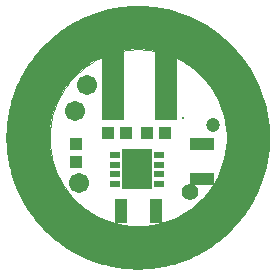
<source format=gts>
G04 Layer_Color=8388736*
%FSLAX25Y25*%
%MOIN*%
G70*
G01*
G75*
%ADD10C,0.01181*%
%ADD41C,0.00394*%
%ADD42R,0.03950X0.04343*%
%ADD43R,0.03950X0.04343*%
%ADD44R,0.04343X0.03950*%
%ADD45R,0.04343X0.03950*%
%ADD46R,0.07887X0.04343*%
%ADD47R,0.04343X0.07887*%
%ADD48R,0.07493X0.23241*%
%ADD49R,0.03556X0.02178*%
%ADD50R,0.09855X0.13398*%
%ADD51C,0.06706*%
%ADD52C,0.04737*%
%ADD53C,0.05524*%
%ADD54C,0.00787*%
G36*
X348897Y295600D02*
X348628Y292210D01*
X348094Y288851D01*
X347298Y285545D01*
X346246Y282311D01*
X344943Y279170D01*
X343398Y276141D01*
X341621Y273242D01*
X339621Y270491D01*
X337412Y267905D01*
X335007Y265501D01*
X332421Y263293D01*
X329670Y261294D01*
X326771Y259517D01*
X323741Y257973D01*
X320600Y256671D01*
X317366Y255619D01*
X314059Y254824D01*
X310701Y254291D01*
X307311Y254023D01*
X305610Y254022D01*
X305633Y267829D01*
Y267829D01*
X306875Y267857D01*
X309351Y268067D01*
X311800Y268486D01*
X314206Y269108D01*
X316550Y269931D01*
X318817Y270948D01*
X320991Y272152D01*
X323056Y273534D01*
X324997Y275085D01*
X326800Y276794D01*
X328454Y278648D01*
X329946Y280635D01*
X330628Y281674D01*
X331159Y282554D01*
X332128Y284368D01*
X332967Y286246D01*
X333675Y288177D01*
X334245Y290153D01*
X334677Y292163D01*
X334968Y294199D01*
X335117Y296250D01*
X335138Y297278D01*
Y297278D01*
X348898Y297300D01*
X348897Y295600D01*
D02*
G37*
G36*
X276083Y297278D02*
X276083Y297278D01*
X276103Y296250D01*
X276252Y294199D01*
X276543Y292163D01*
X276975Y290153D01*
X277546Y288177D01*
X278253Y286246D01*
X279093Y284368D01*
X280061Y282554D01*
X280592Y281674D01*
X281274Y280635D01*
X282766Y278648D01*
X284420Y276794D01*
X286224Y275085D01*
X288165Y273534D01*
X290230Y272152D01*
X292403Y270948D01*
X294670Y269931D01*
X297015Y269108D01*
X299420Y268486D01*
X301869Y268067D01*
X304345Y267857D01*
X305587Y267829D01*
X305587Y267829D01*
X305610Y254022D01*
X305610D01*
X303910Y254023D01*
X300520Y254291D01*
X297161Y254824D01*
X293855Y255619D01*
X290621Y256671D01*
X287479Y257973D01*
X284450Y259517D01*
X281550Y261294D01*
X278799Y263293D01*
X276213Y265501D01*
X273808Y267905D01*
X271599Y270491D01*
X269600Y273242D01*
X267822Y276141D01*
X266277Y279170D01*
X264975Y282311D01*
X263922Y285545D01*
X263127Y288851D01*
X262593Y292210D01*
X262324Y295600D01*
X262323Y297300D01*
X276083Y297278D01*
D02*
G37*
G36*
X305587Y326771D02*
X305587Y326771D01*
X304345Y326744D01*
X301869Y326533D01*
X299420Y326114D01*
X297015Y325492D01*
X294670Y324669D01*
X292403Y323652D01*
X290230Y322448D01*
X288165Y321066D01*
X286224Y319515D01*
X284420Y317806D01*
X282766Y315952D01*
X281274Y313965D01*
X280592Y312927D01*
X280061Y312046D01*
X279093Y310232D01*
X278253Y308354D01*
X277546Y306423D01*
X276975Y304448D01*
X276543Y302437D01*
X276252Y300401D01*
X276103Y298350D01*
X276083Y297322D01*
X276083D01*
X262323Y297300D01*
X262324Y299000D01*
X262593Y302390D01*
X263127Y305749D01*
X263922Y309055D01*
X264975Y312289D01*
X266277Y315430D01*
X267822Y318459D01*
X269600Y321358D01*
X271599Y324109D01*
X273808Y326695D01*
X276213Y329099D01*
X278799Y331307D01*
X281550Y333306D01*
X284450Y335083D01*
X287479Y336627D01*
X290621Y337929D01*
X293855Y338981D01*
X297161Y339776D01*
X300520Y340309D01*
X303910Y340577D01*
X305610Y340578D01*
X305610Y340578D01*
X305587Y326771D01*
D02*
G37*
G36*
X305610Y340578D02*
D01*
Y340578D01*
Y340578D01*
D02*
G37*
G36*
X307311Y340577D02*
X310701Y340309D01*
X314059Y339776D01*
X317366Y338981D01*
X320600Y337929D01*
X323741Y336627D01*
X326771Y335083D01*
X329670Y333306D01*
X332421Y331307D01*
X335007Y329099D01*
X337412Y326695D01*
X339621Y324109D01*
X341621Y321358D01*
X343398Y318459D01*
X344943Y315430D01*
X346246Y312289D01*
X347298Y309055D01*
X348094Y305749D01*
X348628Y302390D01*
X348897Y299000D01*
X348898Y297300D01*
X335138Y297322D01*
X335117Y298350D01*
X334968Y300401D01*
X334677Y302437D01*
X334245Y304448D01*
X333675Y306423D01*
X332967Y308354D01*
X332128Y310232D01*
X331159Y312046D01*
X330628Y312927D01*
X329946Y313965D01*
X328454Y315952D01*
X326800Y317806D01*
X324997Y319515D01*
X323056Y321066D01*
X320991Y322448D01*
X318817Y323652D01*
X316550Y324669D01*
X314206Y325492D01*
X311800Y326114D01*
X309351Y326533D01*
X306875Y326744D01*
X305633Y326771D01*
Y326771D01*
X305610Y340578D01*
X307311Y340577D01*
D02*
G37*
D10*
X305610Y340578D02*
X304611Y340566D01*
X303612Y340531D01*
X302614Y340473D01*
X301617Y340391D01*
X300623Y340287D01*
X299632Y340160D01*
X298643Y340010D01*
X297659Y339838D01*
X296678Y339642D01*
X295703Y339424D01*
X294732Y339184D01*
X293768Y338921D01*
X292810Y338636D01*
X291858Y338330D01*
X290914Y338001D01*
X289978Y337650D01*
X289050Y337278D01*
X288131Y336885D01*
X287222Y336471D01*
X286322Y336035D01*
X285432Y335579D01*
X284553Y335103D01*
X283686Y334606D01*
X282830Y334090D01*
X281986Y333554D01*
X281155Y332998D01*
X280337Y332424D01*
X279532Y331831D01*
X278741Y331219D01*
X277965Y330590D01*
X277203Y329942D01*
X276457Y329277D01*
X275726Y328595D01*
X275011Y327897D01*
X274312Y327182D01*
X273630Y326451D01*
X272965Y325705D01*
X272317Y324943D01*
X271687Y324167D01*
X271076Y323376D01*
X270482Y322572D01*
X269908Y321754D01*
X269352Y320923D01*
X268816Y320079D01*
X268299Y319223D01*
X267803Y318356D01*
X267326Y317477D01*
X266870Y316588D01*
X266434Y315688D01*
X266020Y314778D01*
X265626Y313859D01*
X265254Y312932D01*
X264903Y311996D01*
X264574Y311052D01*
X264267Y310100D01*
X263982Y309142D01*
X263719Y308178D01*
X263478Y307207D01*
X263260Y306232D01*
X263065Y305252D01*
X262892Y304267D01*
X262742Y303279D01*
X262614Y302287D01*
X262510Y301293D01*
X262429Y300297D01*
X262370Y299299D01*
X262335Y298300D01*
X262323Y297300D01*
Y297300D02*
X262335Y296301D01*
X262370Y295301D01*
X262429Y294303D01*
X262510Y293307D01*
X262614Y292313D01*
X262742Y291321D01*
X262892Y290333D01*
X263065Y289349D01*
X263260Y288368D01*
X263478Y287393D01*
X263719Y286422D01*
X263982Y285458D01*
X264267Y284500D01*
X264574Y283548D01*
X264903Y282605D01*
X265254Y281668D01*
X265626Y280741D01*
X266020Y279822D01*
X266434Y278912D01*
X266870Y278012D01*
X267326Y277123D01*
X267802Y276244D01*
X268299Y275377D01*
X268816Y274521D01*
X269352Y273677D01*
X269908Y272846D01*
X270482Y272028D01*
X271076Y271224D01*
X271687Y270433D01*
X272317Y269657D01*
X272965Y268895D01*
X273630Y268149D01*
X274312Y267418D01*
X275011Y266703D01*
X275726Y266005D01*
X276457Y265323D01*
X277203Y264658D01*
X277965Y264011D01*
X278741Y263381D01*
X279532Y262769D01*
X280337Y262176D01*
X281155Y261602D01*
X281986Y261046D01*
X282830Y260510D01*
X283685Y259994D01*
X284553Y259497D01*
X285432Y259021D01*
X286321Y258565D01*
X287221Y258130D01*
X288131Y257715D01*
X289050Y257322D01*
X289978Y256950D01*
X290914Y256599D01*
X291858Y256271D01*
X292810Y255963D01*
X293768Y255679D01*
X294732Y255416D01*
X295703Y255176D01*
X296678Y254958D01*
X297658Y254762D01*
X298643Y254590D01*
X299631Y254440D01*
X300623Y254313D01*
X301617Y254209D01*
X302613Y254128D01*
X303611Y254069D01*
X304610Y254034D01*
X305610Y254022D01*
X305610D02*
X306610Y254034D01*
X307609Y254069D01*
X308607Y254128D01*
X309603Y254209D01*
X310597Y254313D01*
X311589Y254440D01*
X312577Y254590D01*
X313562Y254762D01*
X314542Y254958D01*
X315518Y255176D01*
X316488Y255416D01*
X317453Y255679D01*
X318411Y255963D01*
X319362Y256270D01*
X320306Y256599D01*
X321242Y256950D01*
X322170Y257322D01*
X323089Y257715D01*
X323999Y258130D01*
X324899Y258565D01*
X325788Y259021D01*
X326667Y259497D01*
X327535Y259994D01*
X328391Y260510D01*
X329235Y261046D01*
X330066Y261602D01*
X330884Y262176D01*
X331688Y262769D01*
X332479Y263381D01*
X333256Y264011D01*
X334017Y264658D01*
X334764Y265323D01*
X335495Y266005D01*
X336210Y266703D01*
X336909Y267418D01*
X337591Y268149D01*
X338256Y268895D01*
X338903Y269657D01*
X339533Y270433D01*
X340145Y271224D01*
X340738Y272028D01*
X341313Y272846D01*
X341868Y273677D01*
X342405Y274521D01*
X342921Y275377D01*
X343418Y276244D01*
X343895Y277123D01*
X344351Y278012D01*
X344786Y278912D01*
X345201Y279822D01*
X345595Y280741D01*
X345967Y281668D01*
X346318Y282605D01*
X346646Y283548D01*
X346954Y284500D01*
X347239Y285458D01*
X347502Y286422D01*
X347742Y287393D01*
X347960Y288368D01*
X348156Y289349D01*
X348329Y290333D01*
X348479Y291321D01*
X348606Y292313D01*
X348710Y293307D01*
X348792Y294303D01*
X348850Y295301D01*
X348885Y296300D01*
X348898Y297300D01*
Y297300D02*
X348885Y298300D01*
X348850Y299299D01*
X348792Y300297D01*
X348710Y301293D01*
X348606Y302287D01*
X348479Y303279D01*
X348329Y304267D01*
X348156Y305252D01*
X347960Y306232D01*
X347742Y307207D01*
X347502Y308178D01*
X347239Y309142D01*
X346954Y310100D01*
X346646Y311052D01*
X346318Y311996D01*
X345967Y312932D01*
X345595Y313859D01*
X345201Y314778D01*
X344786Y315688D01*
X344351Y316588D01*
X343895Y317477D01*
X343418Y318356D01*
X342921Y319223D01*
X342405Y320079D01*
X341868Y320923D01*
X341313Y321754D01*
X340738Y322572D01*
X340145Y323376D01*
X339533Y324167D01*
X338903Y324943D01*
X338256Y325705D01*
X337591Y326451D01*
X336909Y327182D01*
X336210Y327897D01*
X335495Y328595D01*
X334764Y329277D01*
X334017Y329942D01*
X333256Y330590D01*
X332479Y331219D01*
X331688Y331831D01*
X330884Y332424D01*
X330066Y332998D01*
X329235Y333554D01*
X328391Y334090D01*
X327535Y334606D01*
X326667Y335103D01*
X325788Y335579D01*
X324899Y336035D01*
X323999Y336471D01*
X323089Y336885D01*
X322170Y337278D01*
X321242Y337650D01*
X320306Y338001D01*
X319362Y338330D01*
X318411Y338636D01*
X317453Y338921D01*
X316488Y339184D01*
X315518Y339424D01*
X314542Y339642D01*
X313562Y339838D01*
X312577Y340010D01*
X311589Y340160D01*
X310597Y340287D01*
X309603Y340391D01*
X308607Y340473D01*
X307609Y340531D01*
X306610Y340566D01*
X305610Y340578D01*
D41*
X280592Y312927D02*
X280061Y312046D01*
X279561Y311147D01*
X279093Y310232D01*
X278657Y309300D01*
X278253Y308354D01*
X277883Y307395D01*
X277546Y306423D01*
X277243Y305440D01*
X276975Y304448D01*
X276742Y303446D01*
X276543Y302437D01*
X276380Y301422D01*
X276252Y300401D01*
X276160Y299377D01*
X276103Y298350D01*
X276083Y297322D01*
X305587Y326771D02*
X304593Y326753D01*
X303601Y326702D01*
X302610Y326618D01*
X301623Y326500D01*
X300640Y326349D01*
X299663Y326166D01*
X298693Y325949D01*
X297731Y325700D01*
X296777Y325418D01*
X295834Y325105D01*
X294901Y324760D01*
X293981Y324384D01*
X293074Y323977D01*
X292181Y323540D01*
X291304Y323073D01*
X290442Y322577D01*
X289598Y322052D01*
X288772Y321499D01*
X287965Y320918D01*
X287178Y320311D01*
X286412Y319677D01*
X285668Y319019D01*
X284946Y318335D01*
X284248Y317627D01*
X283574Y316897D01*
X282925Y316144D01*
X282301Y315369D01*
X281704Y314574D01*
X281134Y313760D01*
X280592Y312927D01*
Y281674D02*
X281134Y280840D01*
X281704Y280026D01*
X282301Y279231D01*
X282925Y278456D01*
X283574Y277703D01*
X284248Y276973D01*
X284946Y276265D01*
X285668Y275582D01*
X286412Y274923D01*
X287178Y274289D01*
X287965Y273682D01*
X288772Y273101D01*
X289598Y272548D01*
X290442Y272023D01*
X291304Y271527D01*
X292181Y271060D01*
X293074Y270623D01*
X293981Y270216D01*
X294901Y269840D01*
X295834Y269495D01*
X296777Y269182D01*
X297731Y268900D01*
X298693Y268651D01*
X299663Y268435D01*
X300640Y268251D01*
X301623Y268100D01*
X302610Y267982D01*
X303601Y267898D01*
X304593Y267847D01*
X305587Y267829D01*
X276083Y297278D02*
X276103Y296250D01*
X276160Y295223D01*
X276252Y294199D01*
X276380Y293178D01*
X276543Y292163D01*
X276742Y291154D01*
X276975Y290152D01*
X277243Y289160D01*
X277546Y288177D01*
X277883Y287205D01*
X278253Y286246D01*
X278657Y285300D01*
X279093Y284368D01*
X279561Y283453D01*
X280061Y282554D01*
X280592Y281674D01*
X330628D02*
X331159Y282554D01*
X331659Y283453D01*
X332128Y284368D01*
X332564Y285300D01*
X332967Y286246D01*
X333338Y287205D01*
X333675Y288177D01*
X333977Y289160D01*
X334245Y290153D01*
X334479Y291154D01*
X334677Y292163D01*
X334841Y293179D01*
X334968Y294199D01*
X335061Y295223D01*
X335117Y296250D01*
X335138Y297278D01*
X305633Y267829D02*
X306627Y267847D01*
X307620Y267898D01*
X308611Y267982D01*
X309598Y268100D01*
X310580Y268251D01*
X311557Y268435D01*
X312527Y268651D01*
X313490Y268900D01*
X314443Y269182D01*
X315387Y269495D01*
X316319Y269840D01*
X317239Y270216D01*
X318146Y270623D01*
X319039Y271060D01*
X319917Y271527D01*
X320778Y272023D01*
X321622Y272548D01*
X322448Y273101D01*
X323255Y273682D01*
X324042Y274289D01*
X324809Y274923D01*
X325553Y275582D01*
X326274Y276265D01*
X326973Y276973D01*
X327647Y277703D01*
X328296Y278456D01*
X328919Y279231D01*
X329516Y280026D01*
X330086Y280840D01*
X330628Y281674D01*
Y312927D02*
X330086Y313760D01*
X329516Y314574D01*
X328919Y315369D01*
X328296Y316144D01*
X327647Y316897D01*
X326973Y317627D01*
X326274Y318335D01*
X325553Y319019D01*
X324809Y319677D01*
X324042Y320311D01*
X323255Y320918D01*
X322448Y321499D01*
X321622Y322052D01*
X320778Y322577D01*
X319917Y323073D01*
X319039Y323540D01*
X318146Y323977D01*
X317239Y324384D01*
X316319Y324760D01*
X315387Y325105D01*
X314443Y325418D01*
X313490Y325700D01*
X312527Y325949D01*
X311557Y326166D01*
X310580Y326349D01*
X309598Y326500D01*
X308611Y326618D01*
X307620Y326702D01*
X306627Y326753D01*
X305633Y326771D01*
X335138Y297322D02*
X335117Y298350D01*
X335061Y299377D01*
X334968Y300401D01*
X334841Y301422D01*
X334677Y302437D01*
X334479Y303446D01*
X334245Y304448D01*
X333977Y305440D01*
X333675Y306423D01*
X333338Y307395D01*
X332967Y308354D01*
X332564Y309300D01*
X332128Y310232D01*
X331659Y311147D01*
X331159Y312046D01*
X330628Y312927D01*
D42*
X314516Y298819D02*
D03*
X301425D02*
D03*
D43*
X308516Y298819D02*
D03*
X295425Y298819D02*
D03*
D44*
X284941Y295323D02*
D03*
D45*
X284941Y289323D02*
D03*
D46*
X326870Y283661D02*
D03*
Y295079D02*
D03*
D47*
X300000Y272736D02*
D03*
X311417Y272736D02*
D03*
D48*
X314961Y314961D02*
D03*
X297244D02*
D03*
D49*
X297736Y291487D02*
D03*
Y288337D02*
D03*
Y285187D02*
D03*
Y282038D02*
D03*
X312697D02*
D03*
Y285187D02*
D03*
Y288337D02*
D03*
Y291487D02*
D03*
D50*
X305217Y286762D02*
D03*
D51*
X285728Y282185D02*
D03*
X284646Y306398D02*
D03*
X288400Y315000D02*
D03*
D52*
X330610Y301476D02*
D03*
D53*
X322736Y279331D02*
D03*
D54*
X320472Y303937D02*
D03*
M02*

</source>
